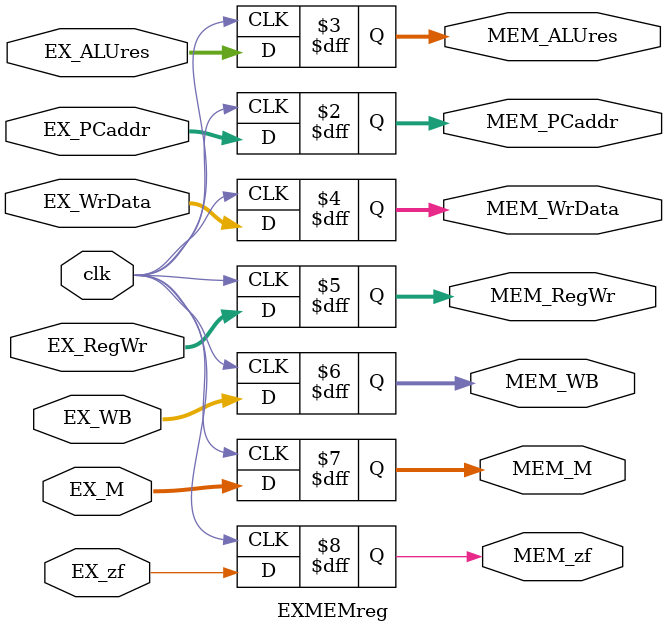
<source format=v>
module EXMEMreg(clk, EX_PCaddr,EX_zf,EX_ALUres,EX_WrData,EX_RegWr,EX_WB,EX_M,
						MEM_PCaddr,MEM_zf,MEM_ALUres,MEM_WrData,MEM_RegWr,MEM_WB,MEM_M);
	input clk,EX_zf;
	input [31:0]EX_PCaddr,EX_ALUres,EX_WrData;
	input [4:0]EX_RegWr;
	input [1:0]EX_WB;
	input [2:0]EX_M;
	output reg [31:0]MEM_PCaddr,MEM_ALUres,MEM_WrData;
	output reg [4:0]MEM_RegWr;
	output reg [1:0]MEM_WB;
	output reg [2:0]MEM_M;
	output reg MEM_zf;
	
	always@(posedge clk)
	begin
		MEM_PCaddr <= EX_PCaddr;
		MEM_zf <= EX_zf;
		MEM_ALUres <= EX_ALUres;
		MEM_WrData <= EX_WrData;
		MEM_RegWr <= EX_RegWr;
		MEM_WB <= EX_WB;
		MEM_M <= EX_M;
	end
endmodule

</source>
